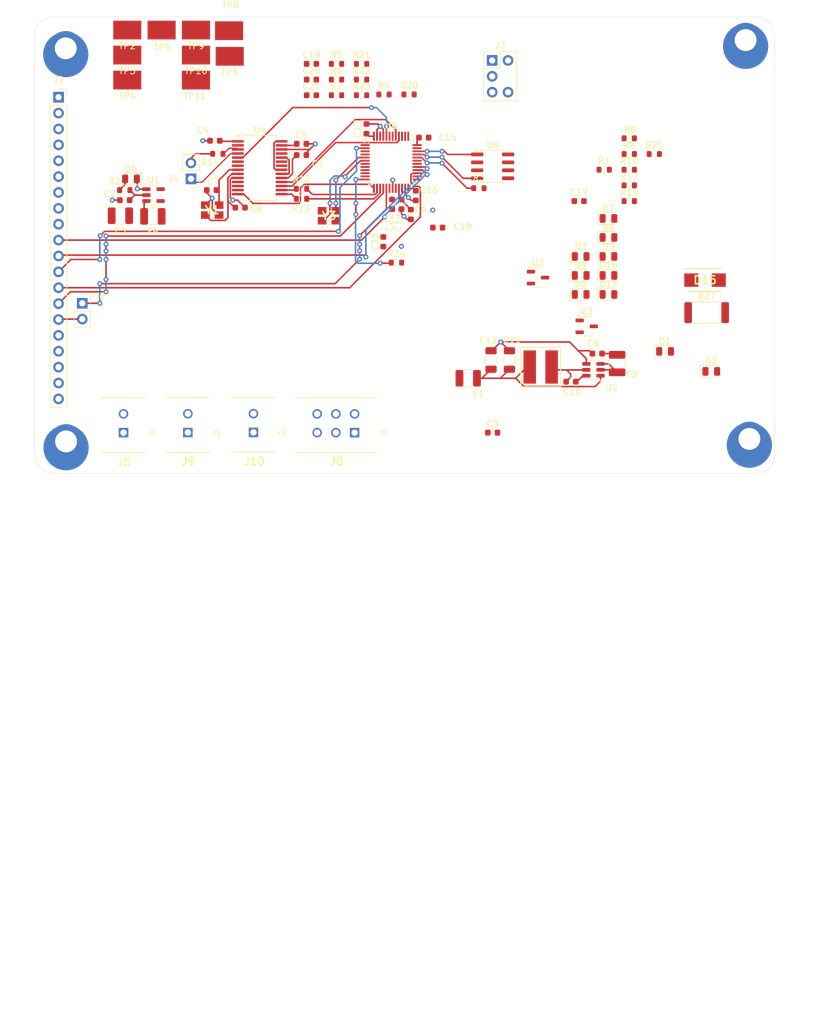
<source format=kicad_pcb>
(kicad_pcb (version 20241229) (generator "pcbnew") (generator_version "9.0")
  (layers (0 "F.Cu" signal) (2 "B.Cu" signal) (13 "F.Paste" user) (15 "B.Paste" user) (5 "F.SilkS" user "F.Silkscreen") (7 "B.SilkS" user "B.Silkscreen") (1 "F.Mask" user) (3 "B.Mask" user) (25 "Edge.Cuts" user))
  (net 0 "")
  (net 1 "GND")
  (net 2 "+5V")
  (net 3 "Net-(D15-K)")
  (net 4 "Net-(U1-OUT)")
  (net 5 "+3.3V")
  (net 6 "Net-(U4-OSC2)")
  (net 7 "Net-(U4-OSC1)")
  (net 8 "Net-(U2-SW)")
  (net 9 "Net-(U2-BST)")
  (net 10 "Net-(U2-FB)")
  (net 11 "/NRST")
  (net 12 "Net-(U6-(EVENTOUT{slash}SPI2_SCK{slash}I2S2_CK{slash}GPIO_EXTI1)PF1-OSC_OUT)")
  (net 13 "Net-(U6-(EVENTOUT{slash}TIM1_CH3N{slash}SPI2_NSS{slash}I2S2_WS{slash}I2C2_SDA{slash}GPIO_EXTI0)PF0-OSC_IN)")
  (net 14 "Net-(U6-VREF+)")
  (net 15 "Net-(D1-K)")
  (net 16 "Net-(D2-K)")
  (net 17 "Net-(D3-A)")
  (net 18 "Net-(D4-A)")
  (net 19 "Net-(D5-A)")
  (net 20 "Net-(D6-A)")
  (net 21 "Net-(D7-A)")
  (net 22 "Net-(D8-A)")
  (net 23 "Net-(D9-A)")
  (net 24 "Net-(D16-A)")
  (net 25 "Net-(D17-A)")
  (net 26 "+3V3")
  (net 27 "+12V")
  (net 28 "Net-(F4-Pad2)")
  (net 29 "/LCD_BLK")
  (net 33 "/SPI_MISO")
  (net 37 "/LCD_CS")
  (net 40 "/SPI_SCK")
  (net 43 "/LCD_RST")
  (net 44 "Net-(J2-Pin_15)")
  (net 46 "/SPI_MOSI")
  (net 47 "/CHARGER_CAN_+")
  (net 48 "Net-(J4-Pin_2)")
  (net 49 "/Charging_ON{slash}OFF_Status")
  (net 50 "/SWDIO")
  (net 51 "/SWCLK")
  (net 52 "/CAR_CAN_-")
  (net 53 "/CHARGER_CAN_-")
  (net 54 "/CAR_CAN_+")
  (net 55 "/proximity_pilot")
  (net 56 "/control_pilot")
  (net 57 "Net-(Q2-G)")
  (net 58 "Net-(Q2-D)")
  (net 59 "Net-(Q3-D)")
  (net 60 "/Fully_Charged_Status")
  (net 61 "/EVSE PWM")
  (net 62 "/MISO_CAN")
  (net 63 "Net-(U4-SO)")
  (net 64 "/MOSI_CAN")
  (net 65 "Net-(U4-SI)")
  (net 66 "/CAN_Status")
  (net 67 "/SPI_Status")
  (net 68 "Net-(U6-(EVENTOUT{slash}TIM2_ETR{slash}TIM8_ETR{slash}TIM8_BKIN{slash}COMP1_OUT{slash}USART2_NSS{slash}USART2_CTS{slash}TIM2_CH1{slash}ADC2_IN1{slash}ADC1_IN1{slash}GPIO_EXTI0)PA0*)")
  (net 69 "/Charging_Status")
  (net 70 "Net-(U6-(EVENTOUT{slash}TIM15_CH1N{slash}USART2_DE{slash}USART2_RTS{slash}TIM2_CH2{slash}RTC_REFIN{slash}ADC2_IN2{slash}ADC1_IN2{slash}GPIO_EXTI1)PA1*)")
  (net 74 "Net-(U4-RXD)")
  (net 75 "/CHARGER_RESET")
  (net 78 "/CHARGER_CS")
  (net 82 "Net-(U4-TXD)")
  (net 83 "/SCK_CAN")
  (net 87 "/CHARGER_STBY")
  (net 99 "/CAN_TX")
  (net 101 "/CAN_RX")
  (net 103 "Net-(U2-EN)")
  (footprint "OEM:H_MountingHole" (layer "F.Cu") (at 101.3 120.384)
    (property "Reference" "H3" (hide yes))
    (property "Value" "H_MountingHole" (hide yes))
  )
  (footprint "OEM:C_0603_1608Metric" (layer "F.Cu") (at 160.8 86.2)
    (property "Reference" "C18")
    (property "Value" "C_4.7uF")
  )
  (footprint "OEM:D_0805_2012Metric" (layer "F.Cu") (at 188.135 90.815)
    (property "Reference" "D9")
    (property "Value" "LED")
  )
  (footprint "OEM:J_Molex_Header_02x03_VT - 43045-06YY_121314" (layer "F.Cu") (at 147.5 119)
    (property "Reference" "J8")
    (property "Value" "J_Molex_Header_02x03_VT" (hide yes))
  )
  (footprint "OEM:J_Molex_Header_01x02_VT - 43045-02YY_121314" (layer "F.Cu") (at 120.80325 118.975)
    (property "Reference" "J9")
    (property "Value" "J_Molex_Header_01x02_VT" (hide yes))
  )
  (footprint "OEM:J_Molex_Header_01x02_VT - 43045-02YY_121314" (layer "F.Cu") (at 131.3 118.96)
    (property "Reference" "J10")
    (property "Value" "J_Molex_Header_01x02_VT" (hide yes))
  )
  (footprint "OEM:R_0603_1608Metric" (layer "F.Cu") (at 148.61 65.03)
    (property "Reference" "R23")
    (property "Value" "R_1k")
  )
  (footprint "OEM:R_0603_1608Metric" (layer "F.Cu") (at 110.7 80.2 180)
    (property "Reference" "R2")
    (property "Value" "R_1k")
  )
  (footprint "OEM:Fuse_1210_3225Metric" (layer "F.Cu") (at 115.2 84.4)
    (property "Reference" "F4")
    (property "Value" "F_500mA_16V")
  )
  (footprint "OEM:R_0603_1608Metric" (layer "F.Cu") (at 167.4 79.9)
    (property "Reference" "R3")
    (property "Value" "R_1k")
  )
  (footprint "OEM:Fuse_1210_3225Metric" (layer "F.Cu") (at 165.6837 110.3 180)
    (property "Reference" "F1")
    (property "Value" "F_500mA_16V")
  )
  (footprint "OEM:C_0603_1608Metric" (layer "F.Cu") (at 156.5 84.1 -90)
    (property "Reference" "C6")
    (property "Value" "C_10nF")
  )
  (footprint "OEM:R_0603_1608Metric" (layer "F.Cu") (at 154.2 91.8)
    (property "Reference" "R24")
    (property "Value" "R_1k")
  )
  (footprint "OEM:SOT-23-6" (layer "F.Cu") (at 185.7311 108.95 180)
    (property "Reference" "U2")
    (property "Value" "AP63203WU-7")
  )
  (footprint "OEM:C_0603_1608Metric" (layer "F.Cu") (at 129.175 83)
    (property "Reference" "C8")
    (property "Value" "C_30pF_50V")
  )
  (footprint "Connector_PinSocket_2.54mm:PinSocket_1x02_P2.54mm_Vertical" (layer "F.Cu") (at 103.9 98.3)
    (property "Reference" "J6")
    (property "Value" "Conn_01x02_Socket")
  )
  (footprint "OEM:LQFP-48_7x7mm_P0.5mm" (layer "F.Cu") (at 153.3375 75.75)
    (property "Reference" "U6")
    (property "Value" "STM32G441CBT6")
  )
  (footprint "OEM:C_0603_1608Metric" (layer "F.Cu") (at 186.3311 106.35 180)
    (property "Reference" "C9")
    (property "Value" "C_10uF_10V")
  )
  (footprint "OEM:R_0603_1608Metric" (layer "F.Cu") (at 144.6 62.52)
    (property "Reference" "R6")
    (property "Value" "R_1.91k")
  )
  (footprint "OEM:C_0603_1608Metric" (layer "F.Cu") (at 125.125 72.3 180)
    (property "Reference" "C4")
    (property "Value" "C_0.1uF")
  )
  (footprint "Resistor_SMD:R_0603_1608Metric" (layer "F.Cu") (at 139 80 180)
    (property "Reference" "R12")
    (property "Value" "R_500")
  )
  (footprint "OEM:R_0603_1608Metric" (layer "F.Cu") (at 191.465 71.92)
    (property "Reference" "R8")
    (property "Value" "R_1k")
  )
  (footprint "OEM:D_0805_2012Metric" (layer "F.Cu") (at 183.685 96.895)
    (property "Reference" "D5")
    (property "Value" "CAN Status")
  )
  (footprint "OEM:C_0603_1608Metric" (layer "F.Cu") (at 152.1 88.475 -90)
    (property "Reference" "C23")
    (property "Value" "C_0.1uF_50V")
  )
  (footprint "Connector_PinHeader_2.54mm:PinHeader_1x02_P2.54mm_Vertical" (layer "F.Cu") (at 121.3 78.4 180)
    (property "Reference" "J4")
    (property "Value" "CONN_01x02")
  )
  (footprint "OEM:TP_Hook_SMD" (layer "F.Cu") (at 111.1 54.6)
    (property "Reference" "TP2")
    (property "Value" "TP")
  )
  (footprint "OEM:C_0603_1608Metric" (layer "F.Cu") (at 149.4 70.4 90)
    (property "Reference" "C13")
    (property "Value" "C_0.1uF")
  )
  (footprint "OEM:D_Zener_18V_5W_DO214AA - DIOM5336X262N" (layer "F.Cu") (at 203.6 94.6)
    (property "Reference" "D15")
    (property "Value" "D_Zener_18V_5W" (hide yes))
  )
  (footprint "OEM:SOIC-8_3.9x4.9mm_P1.27mm" (layer "F.Cu") (at 169.6 76.4)
    (property "Reference" "U9")
    (property "Value" "MCP2561-E_SN")
  )
  (footprint "OEM:R_2512_6332Metric" (layer "F.Cu") (at 203.855 99.8)
    (property "Reference" "R27")
    (property "Value" "R_0")
  )
  (footprint "OEM:R_0603_1608Metric" (layer "F.Cu") (at 144.6 65.03)
    (property "Reference" "R7")
    (property "Value" "R_1.43k")
  )
  (footprint "OEM:D_0805_2012Metric" (layer "F.Cu") (at 197.2 106)
    (property "Reference" "D1")
    (property "Value" "WHITE")
  )
  (footprint "OEM:R_0603_1608Metric" (layer "F.Cu") (at 191.465 76.94)
    (property "Reference" "R10")
    (property "Value" "R_330")
  )
  (footprint "OEM:R_0603_1608Metric" (layer "F.Cu") (at 187.455 76.94)
    (property "Reference" "R1")
    (property "Value" "R_120")
  )
  (footprint "OEM:C_0603_1608Metric" (layer "F.Cu") (at 153.5 82.475 -90)
    (property "Reference" "C22")
    (property "Value" "C_1uF_50V")
  )
  (footprint "OEM:H_MountingHole" (layer "F.Cu") (at 210.7 119.984)
    (property "Reference" "H2" (hide yes))
    (property "Value" "H_MountingHole" (hide yes))
  )
  (footprint "OEM:TP_Hook_SMD" (layer "F.Cu") (at 111.1 58.6)
    (property "Reference" "TP3")
    (property "Value" "TP_SMD")
  )
  (footprint "OEM:R_0603_1608Metric" (layer "F.Cu") (at 148.61 62.52)
    (property "Reference" "R22")
    (property "Value" "R_1k")
  )
  (footprint "OEM:C_0603_1608Metric" (layer "F.Cu") (at 139 74.6)
    (property "Reference" "C1")
    (property "Value" "C_0.1uF")
  )
  (footprint "OEM:FA238160000MBC0 (X_16MHz_18pF_SMD - FA-238_16.0000MB-C0)" (layer "F.Cu") (at 143.4 84.3)
    (property "Reference" "Y3")
    (property "Value" "X_16MHz_18pF" (hide yes))
  )
  (footprint "OEM:R_0603_1608Metric" (layer "F.Cu") (at 191.465 79.45)
    (property "Reference" "R17")
    (property "Value" "R_1k")
  )
  (footprint "OEM:R_0603_1608Metric" (layer "F.Cu") (at 144.6 60.01)
    (property "Reference" "R5")
    (property "Value" "R_2.2k")
  )
  (footprint "OEM:TP_Hook_SMD" (layer "F.Cu") (at 111.1 62.6)
    (property "Reference" "TP4")
    (property "Value" "TP")
  )
  (footprint "OEM:TP_Hook_SMD" (layer "F.Cu") (at 122.1 62.6)
    (property "Reference" "TP11")
    (property "Value" "TP")
  )
  (footprint "OEM:TP_Hook_SMD" (layer "F.Cu") (at 116.6 54.6)
    (property "Reference" "TP5")
    (property "Value" "TP_SMD")
  )
  (footprint "OEM:C_0603_1608Metric" (layer "F.Cu") (at 183.445 81.96)
    (property "Reference" "C17")
    (property "Value" "C_0.1uF")
  )
  (footprint "OEM:Fuse_1210_3225Metric" (layer "F.Cu") (at 110 84.3)
    (property "Reference" "F3")
    (property "Value" "F_500mA_16V")
  )
  (footprint "Resistor_SMD:R_0603_1608Metric" (layer "F.Cu") (at 139 81.6 180)
    (property "Reference" "R13")
    (property "Value" "R_500")
  )
  (footprint "OEM:C_1206_3216Metric" (layer "F.Cu") (at 169.3311 107.375 90)
    (property "Reference" "C12")
    (property "Value" "C_22uF_25V")
  )
  (footprint "OEM:C_0603_1608Metric" (layer "F.Cu") (at 110.7 81.8 180)
    (property "Reference" "C2")
    (property "Value" "C_1uF")
  )
  (footprint "OEM:R_0603_1608Metric" (layer "F.Cu") (at 152.2 64.9)
    (property "Reference" "R4")
    (property "Value" "R_330")
  )
  (footprint "Resistor_SMD:R_0603_1608Metric" (layer "F.Cu") (at 125.6 74.4)
    (property "Reference" "R14")
    (property "Value" "R_120")
  )
  (footprint "OEM:C_0603_1608Metric" (layer "F.Cu") (at 139 72.8 180)
    (property "Reference" "C5")
    (property "Value" "C_0.1uF")
  )
  (footprint "OEM:TP_Hook_SMD" (layer "F.Cu") (at 127.5 58.8)
    (property "Reference" "TP6")
    (property "Value" "TP_SMD")
  )
  (footprint "OEM:D_0805_2012Metric" (layer "F.Cu") (at 188.135 93.855)
    (property "Reference" "D16")
    (property "Value" "Fully Charged Status")
  )
  (footprint "OEM:SOT-23-3" (layer "F.Cu") (at 176.8625 94.2)
    (property "Reference" "Q2")
    (property "Value" "SSM3K333R,LF")
  )
  (footprint "OEM:C_0603_1608Metric" (layer "F.Cu") (at 169.6 119)
    (property "Reference" "C3")
    (property "Value" "C_1uF")
  )
  (footprint "OEM:Fuse_1210_3225Metric" (layer "F.Cu") (at 189.5311 107.95 -90)
    (property "Reference" "F2")
    (property "Value" "F_500mA_16V")
  )
  (footprint "OEM:C_0603_1608Metric" (layer "F.Cu") (at 124.6 80.2 180)
    (property "Reference" "C7")
    (property "Value" "C_30pF_50V")
  )
  (footprint "OEM:FA238160000MBC0 (X_16MHz_18pF_SMD - FA-238_16.0000MB-C0)" (layer "F.Cu") (at 124.7 83.4)
    (property "Reference" "Y1")
    (property "Value" "X_16MHz_18pF" (hide yes))
  )
  (footprint "OEM:D_0805_2012Metric" (layer "F.Cu") (at 183.685 93.855)
    (property "Reference" "D4")
    (property "Value" "Charging Status")
  )
  (footprint "OEM:C_0603_1608Metric" (layer "F.Cu") (at 157.3 81.075 -90)
    (property "Reference" "C16")
    (property "Value" "C_0.1uF")
  )
  (footprint "OEM:R_0603_1608Metric" (layer "F.Cu") (at 156.21 64.9)
    (property "Reference" "R20")
    (property "Value" "R_1k")
  )
  (footprint "OEM:C_0603_1608Metric" (layer "F.Cu") (at 140.59 60.01)
    (property "Reference" "C19")
    (property "Value" "C_30pF")
  )
  (footprint "OEM:H_MountingHole" (layer "F.Cu") (at 210.1 56.184)
    (property "Reference" "H4" (hide yes))
    (property "Value" "H_MountingHole" (hide yes))
  )
  (footprint "OEM:D_0805_2012Metric" (layer "F.Cu") (at 204.6 109.2)
    (property "Reference" "D2")
    (property "Value" "WHITE")
  )
  (footprint "OEM:J_Molex_Header_01x02_VT - 43045-02YY_121314" (layer "F.Cu") (at 110.5 119)
    (property "Reference" "J5")
    (property "Value" "J_Molex_Header_01x02_VT" (hide yes))
  )
  (footprint "OEM:R_0603_1608Metric" (layer "F.Cu") (at 191.465 81.96)
    (property "Reference" "R19")
    (property "Value" "R_1k")
  )
  (footprint "OEM:J_Programming_Pin_Header_Keyed" (layer "F.Cu") (at 169.525 59.46)
    (property "Reference" "J7")
    (property "Value" "J_Programming_Pin_Header")
  )
  (footprint "OEM:TP_Hook_SMD" (layer "F.Cu") (at 127.4 54.7)
    (property "Reference" "TP8")
    (property "Value" "TP_SMD")
  )
  (footprint "OEM:C_0603_1608Metric" (layer "F.Cu") (at 140.59 62.52)
    (property "Reference" "C20")
    (property "Value" "C_30pF")
  )
  (footprint "OEM:C_0603_1608Metric" (layer "F.Cu") (at 155 82.475 -90)
    (property "Reference" "C14")
    (property "Value" "C_1uF")
  )
  (footprint "OEM:H_MountingHole" (layer "F.Cu") (at 101.25 57.5)
    (property "Reference" "H1" (hide yes))
    (property "Value" "H_MountingHole" (hide yes))
  )
  (footprint "OEM:C_0603_1608Metric" (layer "F.Cu") (at 158.575 71.8)
    (property "Reference" "C15")
    (property "Value" "C_0.1uF")
  )
  (footprint "OEM:C_0603_1608Metric" (layer "F.Cu") (at 182.1311 110.85 180)
    (property "Reference" "C10")
    (property "Value" "C_0.1uF_50V")
  )
  (footprint "OEM:C_0603_1608Metric" (layer "F.Cu") (at 140.59 65.03)
    (property "Reference" "C21")
    (property "Value" "C_0.1uF")
  )
  (footprint "OEM:D_0805_2012Metric" (layer "F.Cu") (at 183.685 90.815)
    (property "Reference" "D3")
    (property "Value" "on/off")
  )
  (footprint "OEM:TP_Hook_SMD" (layer "F.Cu") (at 122.1 54.6)
    (property "Reference" "TP9")
    (property "Value" "TP_SMD")
  )
  (footprint "OEM:D_0805_2012Metric" (layer "F.Cu") (at 188.135 87.775)
    (property "Reference" "D8")
    (property "Value" "LED")
  )
  (footprint "OEM:TP_Hook_SMD" (layer "F.Cu") (at 122.1 58.6)
    (property "Reference" "TP10")
    (property "Value" "Test_Point_SMD")
  )
  (footprint "OEM:SOT-23-5" (layer "F.Cu") (at 115.3 81)
    (property "Reference" "U1")
    (property "Value" "TLV70450DBVR")
  )
  (footprint "Package_SO:SSOP-28_5.3x10.2mm_P0.65mm" (layer "F.Cu") (at 132.3 76.625)
    (property "Reference" "U4")
    (property "Value" "~")
  )
  (footprint "OEM:D_0805_2012Metric" (layer "F.Cu") (at 188.135 84.735)
    (property "Reference" "D7")
    (property "Value" "LED")
  )
  (footprint "OEM:R_0603_1608Metric" (layer "F.Cu") (at 195.475 74.43)
    (property "Reference" "R25")
    (property "Value" "R_1k")
  )
  (footprint "Connector_PinSocket_2.54mm:PinSocket_1x20_P2.54mm_Vertical" (layer "F.Cu") (at 100.1 65.34)
    (property "Reference" "J2")
    (property "Value" "Conn_01x20_Socket")
  )
  (footprint "OEM:C_1206_3216Metric" (layer "F.Cu") (at 172.2837 107.375 90)
    (property "Reference" "C11")
    (property "Value" "C_22uF_25V")
  )
  (footprint "OEM:IND_BOURNS_SRR5018 (L_3.9uH_2A_55m_SMD)" (layer "F.Cu") (at 177.2837 108.5 180)
    (property "Reference" "L1" (hide yes))
    (property "Value" "L_3.9uH_2A")
  )
  (footprint "OEM:R_0603_1608Metric" (layer "F.Cu") (at 191.465 74.43)
    (property "Reference" "R9")
    (property "Value" "R_330")
  )
  (footprint "OEM:R_0603_1608Metric" (layer "F.Cu") (at 148.61 60.01)
    (property "Reference" "R21")
    (property "Value" "R_1k")
  )
  (footprint "OEM:D_0805_2012Metric" (layer "F.Cu") (at 111.7 78.4 180)
    (property "Reference" "D6")
    (property "Value" "LED")
  )
  (footprint "OEM:SOT-23-3" (layer "F.Cu") (at 184.6625 102)
    (property "Reference" "Q3")
    (property "Value" "SSM3K333R,LF")
  )
  (footprint "OEM:D_0805_2012Metric" (layer "F.Cu") (at 188.135 96.895)
    (property "Reference" "D17")
    (property "Value" "SPI Status")
  )
  (gr_line (start 96.25 122.5) (end 96.25 55.5) (stroke (width 0.05)) (layer "Edge.Cuts"))
  (gr_arc (start 211.75 52.5) (mid 213.87132 53.37868) (end 214.75 55.5) (stroke (width 0.05)) (layer "Edge.Cuts"))
  (gr_line (start 99.25 52.5) (end 211.75 52.5) (stroke (width 0.05)) (layer "Edge.Cuts"))
  (gr_arc (start 96.25 55.5) (mid 97.12868 53.37868) (end 99.25 52.5) (stroke (width 0.05)) (layer "Edge.Cuts"))
  (gr_line (start 211.75 125.5) (end 99.25 125.5) (stroke (width 0.05)) (layer "Edge.Cuts"))
  (gr_arc (start 99.25 125.5) (mid 97.12868 124.62132) (end 96.25 122.5) (stroke (width 0.05)) (layer "Edge.Cuts"))
  (gr_arc (start 214.75 122.5) (mid 213.87132 124.62132) (end 211.75 125.5) (stroke (width 0.05)) (layer "Edge.Cuts"))
  (gr_line (start 214.75 55.5) (end 214.75 122.5) (stroke (width 0.05)) (layer "Edge.Cuts"))
  (segment (start 125.7 84.2) (end 124.7 83.2) (width 0.25) (layer "F.Cu") (net 1))
  (segment (start 128.8 78.25) (end 127.850001 78.25) (width 0.25) (layer "F.Cu") (net 1))
  (segment (start 184.5936 108) (end 184.5936 107.1773) (width 0.25) (layer "F.Cu") (net 1))
  (segment (start 122.9 72.3) (end 124.35 72.3) (width 0.25) (layer "F.Cu") (net 1))
  (segment (start 123.2 72.3) (end 122.9 72.3) (width 0.25) (layer "F.Cu") (net 1))
  (segment (start 155.5875 80.8875) (end 155.5875 79.9125) (width 0.25) (layer "F.Cu") (net 1))
  (segment (start 151.0875 70.5125) (end 151.6 70) (width 0.25) (layer "F.Cu") (net 1))
  (segment (start 139.775 74.225) (end 141.2 72.8) (width 0.25) (layer "F.Cu") (net 1))
  (segment (start 125.8 84.2) (end 125.7 84.2) (width 0.25) (layer "F.Cu") (net 1))
  (segment (start 169.3311 105.9) (end 169.4837 105.9) (width 0.25) (layer "F.Cu") (net 1))
  (segment (start 156.5 84.875) (end 155.875 84.875) (width 0.25) (layer "F.Cu") (net 1))
  (segment (start 184.5936 107.1773) (end 183.4 105.9837) (width 0.25) (layer "F.Cu") (net 1))
  (segment (start 112.6375 78.4) (end 112.7 78.4625) (width 0.25) (layer "F.Cu") (net 1))
  (segment (start 152.0875 70.4875) (end 151.6 70) (width 0.25) (layer "F.Cu") (net 1))
  (segment (start 114.1625 80.05) (end 112.75 80.05) (width 0.25) (layer "F.Cu") (net 1))
  (segment (start 181.9163 104.5) (end 170.8837 104.5) (width 0.25) (layer "F.Cu") (net 1))
  (segment (start 155 83.25) (end 155 84) (width 0.25) (layer "F.Cu") (net 1))
  (segment (start 109.925 81.8) (end 108.7 81.8) (width 0.25) (layer "F.Cu") (net 1))
  (segment (start 127.597 81.397) (end 128 81.8) (width 0.25) (layer "F.Cu") (net 1))
  (segment (start 139.775 74.6) (end 139.775 74.225) (width 0.25) (layer "F.Cu") (net 1))
  (segment (start 185.5561 106.35) (end 185.1061 105.9) (width 0.25) (layer "F.Cu") (net 1))
  (segment (start 153.5875 79.9125) (end 153.5875 78.6125) (width 0.25) (layer "F.Cu") (net 1))
  (segment (start 112.75 80.05) (end 112.7 80) (width 0.25) (layer "F.Cu") (net 1))
  (segment (start 123.825 80.2) (end 123.825 80.625) (width 0.25) (layer "F.Cu") (net 1))
  (segment (start 183.4837 105.9) (end 183.4 105.9837) (width 0.25) (layer "F.Cu") (net 1))
  (segment (start 123.825 80.625) (end 124.7 81.5) (width 0.25) (layer "F.Cu") (net 1))
  (segment (start 172.2837 105.9) (end 170.8837 104.5) (width 0.25) (layer "F.Cu") (net 1))
  (segment (start 139.775 74.6) (end 139.8 74.6) (width 0.25) (layer "F.Cu") (net 1))
  (segment (start 151.0875 71.5875) (end 151.0875 70.5125) (width 0.25) (layer "F.Cu") (net 1))
  (segment (start 155 84) (end 155.4 84.4) (width 0.25) (layer "F.Cu") (net 1))
  (segment (start 139.775 72.8) (end 141.2 72.8) (width 0.25) (layer "F.Cu") (net 1))
  (segment (start 135.8 73.7) (end 140.3 73.7) (width 0.25) (layer "F.Cu") (net 1))
  (segment (start 183.4 105.9837) (end 181.9163 104.5) (width 0.25) (layer "F.Cu") (net 1))
  (segment (start 128.75 81.8) (end 128 81.8) (width 0.25) (layer "F.Cu") (net 1))
  (segment (start 151.225 69.625) (end 151.6 70) (width 0.25) (layer "F.Cu") (net 1))
  (segment (start 123.6 82.6) (end 124.7 81.5) (width 0.25) (layer "F.Cu") (net 1))
  (segment (start 127.597 78.503001) (end 127.597 81.397) (width 0.25) (layer "F.Cu") (net 1))
  (segment (start 155.875 84.875) (end 155.4 84.4) (width 0.25) (layer "F.Cu") (net 1))
  (segment (start 140.3 73.7) (end 141.2 72.8) (width 0.25) (layer "F.Cu") (net 1))
  (segment (start 169.4837 105.9) (end 170.8837 104.5) (width 0.25) (layer "F.Cu") (net 1))
  (segment (start 129.95 83) (end 128.75 81.8) (width 0.25) (layer "F.Cu") (net 1))
  (segment (start 124.1 82.6) (end 123.6 82.6) (width 0.25) (layer "F.Cu") (net 1))
  (segment (start 156.1 81.4) (end 156.55 81.85) (width 0.25) (layer "F.Cu") (net 1))
  (segment (start 127.850001 78.25) (end 127.597 78.503001) (width 0.25) (layer "F.Cu") (net 1))
  (segment (start 112.7 78.4625) (end 112.7 80) (width 0.25) (layer "F.Cu") (net 1))
  (segment (start 149.4 69.625) (end 151.225 69.625) (width 0.25) (layer "F.Cu") (net 1))
  (segment (start 152.0875 71.5875) (end 152.0875 70.4875) (width 0.25) (layer "F.Cu") (net 1))
  (segment (start 124.7 83.2) (end 124.7 81.5) (width 0.25) (layer "F.Cu") (net 1))
  (segment (start 156.55 81.85) (end 157.3 81.85) (width 0.25) (layer "F.Cu") (net 1))
  (segment (start 185.1061 105.9) (end 183.4837 105.9) (width 0.25) (layer "F.Cu") (net 1))
  (segment (start 153.5875 78.6125) (end 153.6 78.6) (width 0.25) (layer "F.Cu") (net 1))
  (segment (start 156.1 81.4) (end 155.5875 80.8875) (width 0.25) (layer "F.Cu") (net 1))
  (via (at 128 81.8) (size 0.8) (drill 0.4) (layers "F.Cu" "B.Cu") (net 1))
  (via (at 160 83.4) (size 0.8) (drill 0.4) (layers "F.Cu" "B.Cu") (net 1))
  (via (at 108.7 81.8) (size 0.8) (drill 0.4) (layers "F.Cu" "B.Cu") (net 1))
  (via (at 155.4 84.4) (size 0.8) (drill 0.4) (layers "F.Cu" "B.Cu") (net 1))
  (via (at 155 89.2) (size 0.8) (drill 0.4) (layers "F.Cu" "B.Cu") (net 1))
  (via (at 124.7 81.5) (size 0.8) (drill 0.4) (layers "F.Cu" "B.Cu") (net 1))
  (via (at 112.7 80) (size 0.8) (drill 0.4) (layers "F.Cu" "B.Cu") (net 1))
  (via (at 151.6 70) (size 0.8) (drill 0.4) (layers "F.Cu" "B.Cu") (net 1))
  (via (at 156.1 81.4) (size 0.8) (drill 0.4) (layers "F.Cu" "B.Cu") (net 1))
  (via (at 123.2 72.3) (size 0.8) (drill 0.4) (layers "F.Cu" "B.Cu") (net 1))
  (via (at 153.6 78.6) (size 0.8) (drill 0.4) (layers "F.Cu" "B.Cu") (net 1))
  (via (at 170.8837 104.5) (size 0.8) (drill 0.4) (layers "F.Cu" "B.Cu") (net 1))
  (via (at 141.2 72.8) (size 0.8) (drill 0.4) (layers "F.Cu" "B.Cu") (net 1))
  (segment (start 126 72.4) (end 125.9 72.3) (width 0.25) (layer "F.Cu") (net 2))
  (segment (start 128.8 72.4) (end 126 72.4) (width 0.25) (layer "F.Cu") (net 2))
  (segment (start 137.547 75.278) (end 138.225 74.6) (width 0.25) (layer "F.Cu") (net 2))
  (segment (start 135.8 73.05) (end 137.975 73.05) (width 0.25) (layer "F.Cu") (net 2))
  (segment (start 187.1061 106.35) (end 189.3311 106.35) (width 0.25) (layer "F.Cu") (net 2))
  (segment (start 137.975 73.05) (end 138.225 72.8) (width 0.25) (layer "F.Cu") (net 2))
  (segment (start 137.547 77.587572) (end 137.547 75.278) (width 0.25) (layer "F.Cu") (net 2))
  (segment (start 136.884572 78.25) (end 137.547 77.587572) (width 0.25) (layer "F.Cu") (net 2))
  (segment (start 135.8 78.25) (end 136.884572 78.25) (width 0.25) (layer "F.Cu") (net 2))
  (segment (start 189.3311 106.35) (end 189.5311 106.55) (width 0.25) (layer "F.Cu") (net 2))
  (segment (start 112.275 81) (end 114.1625 81) (width 0.25) (layer "F.Cu") (net 3))
  (segment (start 112.325 81) (end 114.1625 81) (width 0.25) (layer "F.Cu") (net 3))
  (segment (start 111.525 80.2) (end 112.325 81) (width 0.25) (layer "F.Cu") (net 3))
  (segment (start 111.475 81.8) (end 112.275 81) (width 0.25) (layer "F.Cu") (net 3))
  (segment (start 114.1625 81.95) (end 113.8 82.3125) (width 0.25) (layer "F.Cu") (net 4))
  (segment (start 113.8 82.3125) (end 113.8 84.4) (width 0.25) (layer "F.Cu") (net 4))
  (segment (start 155 81.825) (end 156.5 83.325) (width 0.25) (layer "F.Cu") (net 5))
  (segment (start 155 81.7) (end 155 81.825) (width 0.25) (layer "F.Cu") (net 5))
  (segment (start 154.5875 81.2875) (end 155 81.7) (width 0.25) (layer "F.Cu") (net 5))
  (segment (start 156.0875 79.9125) (end 156.9125 79.9125) (width 0.25) (layer "F.Cu") (net 5))
  (segment (start 149.8125 71.5875) (end 149.4 71.175) (width 0.25) (layer "F.Cu") (net 5))
  (segment (start 150.5875 71.5875) (end 149.8125 71.5875) (width 0.25) (layer "F.Cu") (net 5))
  (segment (start 156.9125 79.9125) (end 157.3 80.3) (width 0.25) (layer "F.Cu") (net 5))
  (segment (start 157.5 73) (end 157.5 72.1) (width 0.25) (layer "F.Cu") (net 5))
  (segment (start 154.5875 79.9125) (end 154.5875 81.2875) (width 0.25) (layer "F.Cu") (net 5))
  (segment (start 157.5 72.1) (end 157.8 71.8) (width 0.25) (layer "F.Cu") (net 5))
  (segment (start 125.85 82.65) (end 125.8 82.6) (width 0.25) (layer "F.Cu") (net 6))
  (segment (start 128.8 76.95) (end 127.444 76.95) (width 0.25) (layer "F.Cu") (net 6))
  (segment (start 125.8 82.6) (end 125.8 78.6) (width 0.25) (layer "F.Cu") (net 6))
  (segment (start 127.444 76.95) (end 125.797 78.597) (width 0.25) (layer "F.Cu") (net 6))
  (segment (start 125.8 78.6) (end 125.797 78.597) (width 0.25) (layer "F.Cu") (net 6))
  (segment (start 126.753 85.053) (end 127.219 84.587) (width 0.25) (layer "F.Cu") (net 7))
  (segment (start 127.850001 77.6) (end 127.219 78.231001) (width 0.25) (layer "F.Cu") (net 7))
  (segment (start 124.453 85.053) (end 126.753 85.053) (width 0.25) (layer "F.Cu") (net 7))
  (segment (start 127.219 78.231001) (end 127.219 81.942482) (width 0.25) (layer "F.Cu") (net 7))
  (segment (start 127.219 81.942482) (end 128.276518 83) (width 0.25) (layer "F.Cu") (net 7))
  (segment (start 128.8 77.6) (end 127.850001 77.6) (width 0.25) (layer "F.Cu") (net 7))
  (segment (start 123.6 84.2) (end 124.453 85.053) (width 0.25) (layer "F.Cu") (net 7))
  (segment (start 127.219 84.587) (end 127.219 81.942482) (width 0.25) (layer "F.Cu") (net 7))
  (segment (start 128.276518 83) (end 128.4 83) (width 0.25) (layer "F.Cu") (net 7))
  (segment (start 179.5063 108.97) (end 179.0363 108.5) (width 0.25) (layer "F.Cu") (net 8))
  (segment (start 181.4363 108.97) (end 179.5063 108.97) (width 0.25) (layer "F.Cu") (net 8))
  (segment (start 182.0863 110.1198) (end 182.0863 109.62) (width 0.25) (layer "F.Cu") (net 8))
  (segment (start 182.0863 109.62) (end 181.4363 108.97) (width 0.25) (layer "F.Cu") (net 8))
  (segment (start 181.3561 110.85) (end 182.0863 110.1198) (width 0.25) (layer "F.Cu") (net 8))
  (segment (start 184.5936 108.95) (end 184.5736 108.97) (width 0.25) (layer "F.Cu") (net 8))
  (segment (start 184.5736 108.97) (end 181.4363 108.97) (width 0.25) (layer "F.Cu") (net 8))
  (segment (start 183.0863 110.85) (end 182.9061 110.85) (width 0.25) (layer "F.Cu") (net 9))
  (segment (start 184.5936 109.9) (end 184.5736 109.92) (width 0.25) (layer "F.Cu") (net 9))
  (segment (start 184.0163 109.92) (end 183.0863 110.85) (width 0.25) (layer "F.Cu") (net 9))
  (segment (start 184.5736 109.92) (end 184.0163 109.92) (width 0.25) (layer "F.Cu") (net 9))
  (segment (start 174.6069 111.6232) (end 173.2837 110.3) (width 0.25) (layer "F.Cu") (net 10))
  (segment (start 167.8837 110.2974) (end 167.8837 110.3) (width 0.25) (layer "F.Cu") (net 10))
  (segment (start 170.8837 110.25) (end 170.8837 110.3) (width 0.25) (layer "F.Cu") (net 10))
  (segment (start 173.2837 110.3) (end 170.8837 110.3) (width 0.25) (layer "F.Cu") (net 10))
  (segment (start 186.8686 110.7627) (end 186.0081 111.6232) (width 0.25) (layer "F.Cu") (net 10))
  (segment (start 175.0837 108.5) (end 173.2837 110.3) (width 0.25) (layer "F.Cu") (net 10))
  (segment (start 172.2837 108.85) (end 170.8837 110.25) (width 0.25) (layer "F.Cu") (net 10))
  (segment (start 186.0081 111.6232) (end 174.6069 111.6232) (width 0.25) (layer "F.Cu") (net 10))
  (segment (start 175.5311 108.5) (end 175.0837 108.5) (width 0.25) (layer "F.Cu") (net 10))
  (segment (start 170.8837 110.3) (end 167.8837 110.3) (width 0.25) (layer "F.Cu") (net 10))
  (segment (start 186.8686 109.9) (end 186.8686 110.7627) (width 0.25) (layer "F.Cu") (net 10))
  (segment (start 169.3311 108.85) (end 167.8837 110.2974) (width 0.25) (layer "F.Cu") (net 10))
  (segment (start 167.8837 110.3) (end 167.0837 110.3) (width 0.25) (layer "F.Cu") (net 10))
  (segment (start 142.506 85.1) (end 143.547 84.059) (width 0.25) (layer "F.Cu") (net 12))
  (segment (start 148.437501 75.5) (end 149.175 75.5) (width 0.25) (layer "F.Cu") (net 12))
  (segment (start 142.3 85.1) (end 142.506 85.1) (width 0.25) (layer "F.Cu") (net 12))
  (segment (start 145.961034 78.061034) (end 145.961034 77.976467) (width 0.25) (layer "F.Cu") (net 12))
  (segment (start 145.961034 77.976467) (end 148.437501 75.5) (width 0.25) (layer "F.Cu") (net 12))
  (segment (start 143.547 84.059) (end 143.547 82.325997) (width 0.25) (layer "F.Cu") (net 12))
  (segment (start 143.547 82.325997) (end 143.572997 82.3) (width 0.25) (layer "F.Cu") (net 12))
  (via (at 145.961034 78.061034) (size 0.8) (drill 0.4) (layers "F.Cu" "B.Cu") (net 12))
  (via (at 143.572997 82.3) (size 0.8) (drill 0.4) (layers "F.Cu" "B.Cu") (net 12))
  (segment (start 144.230932 77.947) (end 145.847 77.947) (width 0.25) (layer "B.Cu") (net 12))
  (segment (start 145.847 77.947) (end 145.961034 78.061034) (width 0.25) (layer "B.Cu") (net 12))
  (segment (start 143.572997 78.604935) (end 144.230932 77.947) (width 0.25) (layer "B.Cu") (net 12))
  (segment (start 143.572997 82.3) (end 143.572997 78.604935) (width 0.25) (layer "B.Cu") (net 12))
  (segment (start 144.5 83.5) (end 144.5 82.3) (width 0.25) (layer "F.Cu") (net 13))
  (segment (start 144.5 78.6) (end 148.1 75) (width 0.25) (layer "F.Cu") (net 13))
  (segment (start 148.1 75) (end 149.175 75) (width 0.25) (layer "F.Cu") (net 13))
  (via (at 144.5 78.6) (size 0.8) (drill 0.4) (layers "F.Cu" "B.Cu") (net 13))
  (via (at 144.5 82.3) (size 0.8) (drill 0.4) (layers "F.Cu" "B.Cu") (net 13))
  (segment (start 144.5 82.3) (end 144.5 78.6) (width 0.25) (layer "B.Cu") (net 13))
  (segment (start 110.7625 78.4) (end 110.7625 79.3125) (width 0.25) (layer "F.Cu") (net 20))
  (segment (start 110.7625 79.3125) (end 109.875 80.2) (width 0.25) (layer "F.Cu") (net 20))
  (segment (start 144.384 95.168) (end 106.7 95.168) (width 0.25) (layer "F.Cu") (net 29))
  (segment (start 152.5875 83.2125) (end 148.3 87.5) (width 0.25) (layer "F.Cu") (net 29))
  (segment (start 106.7 98.3) (end 103.9 98.3) (width 0.25) (layer "F.Cu") (net 29))
  (segment (start 148.3 91.252) (end 144.384 95.168) (width 0.25) (layer "F.Cu") (net 29))
  (segment (start 148.3 88.852) (end 148.3 89.9) (width 0.25) (layer "F.Cu") (net 29))
  (segment (start 152.5875 79.9125) (end 152.5875 83.2125) (width 0.25) (layer "F.Cu") (net 29))
  (via (at 148.3 87.5) (size 0.8) (drill 0.4) (layers "F.Cu" "B.Cu") (net 29))
  (via (at 106.7 95.168) (size 0.8) (drill 0.4) (layers "F.Cu" "B.Cu") (net 29))
  (via (at 148.3 88.852) (size 0.8) (drill 0.4) (layers "F.Cu" "B.Cu") (net 29))
  (via (at 106.7 98.3) (size 0.8) (drill 0.4) (layers "F.Cu" "B.Cu") (net 29))
  (via (at 148.3 91.252) (size 0.8) (drill 0.4) (layers "F.Cu" "B.Cu") (net 29))
  (via (at 148.3 89.9) (size 0.8) (drill 0.4) (layers "F.Cu" "B.Cu") (net 29))
  (segment (start 148.3 89.9) (end 148.3 91.252) (width 0.25) (layer "B.Cu") (net 29))
  (segment (start 148.3 87.5) (end 148.3 88.852) (width 0.25) (layer "B.Cu") (net 29))
  (segment (start 106.7 95.168) (end 106.7 98.3) (width 0.25) (layer "B.Cu") (net 29))
  (segment (start 148.603078 88.2) (end 100.1 88.2) (width 0.25) (layer "F.Cu") (net 33))
  (segment (start 158.391988 77) (end 159.1 77.708012) (width 0.25) (layer "F.Cu") (net 33))
  (segment (start 157.5 77) (end 158.391988 77) (width 0.25) (layer "F.Cu") (net 33))
  (segment (start 152.301539 84.501539) (end 148.603078 88.2) (width 0.25) (layer "F.Cu") (net 33))
  (via (at 152.301539 84.501539) (size 0.8) (drill 0.4) (layers "F.Cu" "B.Cu") (net 33))
  (via (at 159.1 77.708012) (size 0.8) (drill 0.4) (layers "F.Cu" "B.Cu") (net 33))
  (segment (start 158.868506 77.708012) (end 152.301539 84.274979) (width 0.25) (layer "B.Cu") (net 33))
  (segment (start 152.301539 84.274979) (end 152.301539 84.501539) (width 0.25) (layer "B.Cu") (net 33))
  (segment (start 159.1 77.708012) (end 158.868506 77.708012) (width 0.25) (layer "B.Cu") (net 33))
  (segment (start 106.7 91.3) (end 102.08 91.3) (width 0.25) (layer "F.Cu") (net 37))
  (segment (start 144.9 86.8) (end 107.472944 86.8) (width 0.25) (layer "F.Cu") (net 37))
  (segment (start 107.472944 86.8) (end 106.774314 87.49863) (width 0.25) (layer "F.Cu") (net 37))
  (segment (start 149.175 73.5) (end 147.8 73.5) (width 0.25) (layer "F.Cu") (net 37))
  (segment (start 102.08 91.3) (end 100.1 93.28) (width 0.25) (layer "F.Cu") (net 37))
  (via (at 144.9 86.8) (size 0.8) (drill 0.4) (layers "F.Cu" "B.Cu") (net 37))
  (via (at 147.8 73.5) (size 0.8) (drill 0.4) (layers "F.Cu" "B.Cu") (net 37))
  (via (at 106.774314 87.49863) (size 0.8) (drill 0.4) (layers "F.Cu" "B.Cu") (net 37))
  (via (at 106.7 91.3) (size 0.8) (drill 0.4) (layers "F.Cu" "B.Cu") (net 37))
  (segment (start 147.8 77.14555) (end 145.153 79.79255) (width 0.25) (layer "B.Cu") (net 37))
  (segment (start 145.153 86.547) (end 144.9 86.8) (width 0.25) (layer "B.Cu") (net 37))
  (segment (start 147.8 73.5) (end 147.8 77.14555) (width 0.25) (layer "B.Cu") (net 37))
  (segment (start 145.153 79.79255) (end 145.153 86.547) (width 0.25) (layer "B.Cu") (net 37))
  (segment (start 106.7 87.572944) (end 106.7 91.3) (width 0.25) (layer "B.Cu") (net 37))
  (segment (start 106.774314 87.49863) (end 106.7 87.572944) (width 0.25) (layer "B.Cu") (net 37))
  (segment (start 157.131573 79.597) (end 157.754228 79.597) (width 0.25) (layer "F.Cu") (net 40))
  (segment (start 156.762501 77.5) (end 156.5095 77.753001) (width 0.25) (layer "F.Cu") (net 40))
  (segment (start 158.028 79.870772) (end 158.028 84.504228) (width 0.25) (layer "F.Cu") (net 40))
  (segment (start 156.5095 78.974927) (end 157.131573 79.597) (width 0.25) (layer "F.Cu") (net 40))
  (segment (start 156.5095 77.753001) (end 156.5095 78.974927) (width 0.25) (layer "F.Cu") (net 40))
  (segment (start 157.754228 79.597) (end 158.028 79.870772) (width 0.25) (layer "F.Cu") (net 40))
  (segment (start 157.5 77.5) (end 156.762501 77.5) (width 0.25) (layer "F.Cu") (net 40))
  (segment (start 146.712228 95.82) (end 100.1 95.82) (width 0.25) (layer "F.Cu") (net 40))
  (segment (start 158.028 84.504228) (end 146.712228 95.82) (width 0.25) (layer "F.Cu") (net 40))
  (segment (start 107.7 88.852) (end 107.7 89.948) (width 0.25) (layer "F.Cu") (net 43))
  (segment (start 152.0875 80.684571) (end 145.224071 87.548) (width 0.25) (layer "F.Cu") (net 43))
  (segment (start 145.224071 87.548) (end 107.7 87.548) (width 0.25) (layer "F.Cu") (net 43))
  (segment (start 107.7 91.3) (end 107.7 94.5) (width 0.25) (layer "F.Cu") (net 43))
  (segment (start 107.7 96.472) (end 101.988 96.472) (width 0.25) (layer "F.Cu") (net 43))
  (segment (start 101.988 96.472) (end 100.1 98.36) (width 0.25) (layer "F.Cu") (net 43))
  (segment (start 152.0875 79.9125) (end 152.0875 80.684571) (width 0.25) (layer "F.Cu") (net 43))
  (via (at 107.7 88.852) (size 0.8) (drill 0.4) (layers "F.Cu" "B.Cu") (net 43))
  (via (at 107.7 91.3) (size 0.8) (drill 0.4) (layers "F.Cu" "B.Cu") (net 43))
  (via (at 107.7 87.548) (size 0.8) (drill 0.4) (layers "F.Cu" "B.Cu") (net 43))
  (via (at 107.7 89.948) (size 0.8) (drill 0.4) (layers "F.Cu" "B.Cu") (net 43))
  (via (at 107.7 96.472) (size 0.8) (drill 0.4) (layers "F.Cu" "B.Cu") (net 43))
  (via (at 107.7 94.5) (size 0.8) (drill 0.4) (layers "F.Cu" "B.Cu") (net 43))
  (segment (start 107.7 89.948) (end 107.7 91.3) (width 0.25) (layer "B.Cu") (net 43))
  (segment (start 107.7 87.548) (end 107.7 88.852) (width 0.25) (layer "B.Cu") (net 43))
  (segment (start 107.7 94.5) (end 107.7 96.472) (width 0.25) (layer "B.Cu") (net 43))
  (segment (start 100.16 100.84) (end 100.1 100.9) (width 0.25) (layer "F.Cu") (net 44))
  (segment (start 103.9 100.84) (end 100.16 100.84) (width 0.25) (layer "F.Cu") (net 44))
  (segment (start 149.3 90.9) (end 149 90.6) (width 0.25) (layer "F.Cu") (net 46))
  (segment (start 149 90.6) (end 100.24 90.6) (width 0.25) (layer "F.Cu") (net 46))
  (segment (start 100.24 90.6) (end 100.1 90.74) (width 0.25) (layer "F.Cu") (net 46))
  (segment (start 157.5 76.5) (end 158.818991 76.5) (width 0.25) (layer "F.Cu") (net 46))
  (segment (start 158.818991 76.5) (end 159.1 76.781009) (width 0.25) (layer "F.Cu") (net 46))
  (via (at 159.1 76.781009) (size 0.8) (drill 0.4) (layers "F.Cu" "B.Cu") (net 46))
  (via (at 149.3 90.9) (size 0.8) (drill 0.4) (layers "F.Cu" "B.Cu") (net 46))
  (segment (start 149.3 86.581009) (end 149.3 90.9) (width 0.25) (layer "B.Cu") (net 46))
  (segment (start 159.1 76.781009) (end 149.3 86.581009) (width 0.25) (layer "B.Cu") (net 46))
  (segment (start 121.84 78.94) (end 123.06 78.94) (width 0.2) (layer "F.Cu") (net 47))
  (segment (start 127.65 74.35) (end 123.2 78.8) (width 0.2) (layer "F.Cu") (net 47))
  (segment (start 128.8 74.35) (end 127.65 74.35) (width 0.2) (layer "F.Cu") (net 47))
  (segment (start 123.06 78.94) (end 123.2 78.8) (width 0.2) (layer "F.Cu") (net 47))
  (segment (start 121.3 78.4) (end 121.84 78.94) (width 0.2) (layer "F.Cu") (net 47))
  (segment (start 121.3 75.1) (end 121.3 75.86) (width 0.25) (layer "F.Cu") (net 48))
  (segment (start 122 74.4) (end 121.3 75.1) (width 0.25) (layer "F.Cu") (net 48))
  (segment (start 124.775 74.4) (end 122 74.4) (width 0.25) (layer "F.Cu") (net 48))
  (segment (start 147.7 82.3) (end 147.7 84.1) (width 0.25) (layer "F.Cu") (net 49))
  (segment (start 153.275 91.9) (end 153.375 91.8) (width 0.25) (layer "F.Cu") (net 49))
  (segment (start 149.175 78.5) (end 147.7 78.5) (width 0.25) (layer "F.Cu") (net 49))
  (segment (start 151.6 91.9) (end 153.275 91.9) (width 0.25) (layer "F.Cu") (net 49))
  (via (at 147.7 78.5) (size 0.8) (drill 0.4) (layers "F.Cu" "B.Cu") (net 49))
  (via (at 147.7 84.1) (size 0.8) (drill 0.4) (layers "F.Cu" "B.Cu") (net 49))
  (via (at 151.6 91.9) (size 0.8) (drill 0.4) (layers "F.Cu" "B.Cu") (net 49))
  (via (at 147.7 82.3) (size 0.8) (drill 0.4) (layers "F.Cu" "B.Cu") (net 49))
  (segment (start 147.647 84.153) (end 147.647 91.522482) (width 0.25) (layer "B.Cu") (net 49))
  (segment (start 148.029518 91.905) (end 151.595 91.905) (width 0.25) (layer "B.Cu") (net 49))
  (segment (start 147.647 91.522482) (end 148.029518 91.905) (width 0.25) (layer "B.Cu") (net 49))
  (segment (start 151.595 91.905) (end 151.6 91.9) (width 0.25) (layer "B.Cu") (net 49))
  (segment (start 147.7 78.5) (end 147.7 82.3) (width 0.25) (layer "B.Cu") (net 49))
  (segment (start 147.7 84.1) (end 147.647 84.153) (width 0.25) (layer "B.Cu") (net 49))
  (segment (start 128.600001 73.500001) (end 127.4 73.500001) (width 0.2) (layer "F.Cu") (net 53))
  (segment (start 126.500001 74.4) (end 127.4 73.500001) (width 0.2) (layer "F.Cu") (net 53))
  (segment (start 128.8 73.7) (end 128.600001 73.500001) (width 0.2) (layer "F.Cu") (net 53))
  (segment (start 126.425 74.4) (end 126.500001 74.4) (width 0.2) (layer "F.Cu") (net 53))
  (segment (start 158.245994 75) (end 159.1 75.854006) (width 0.25) (layer "F.Cu") (net 60))
  (segment (start 157.5 75) (end 158.245994 75) (width 0.25) (layer "F.Cu") (net 60))
  (segment (start 165.5 79.9) (end 166.575 79.9) (width 0.25) (layer "F.Cu") (net 60))
  (segment (start 161.5 75.9) (end 165.5 79.9) (width 0.25) (layer "F.Cu") (net 60))
  (via (at 161.5 75.9) (size 0.8) (drill 0.4) (layers "F.Cu" "B.Cu") (net 60))
  (via (at 159.1 75.854006) (size 0.8) (drill 0.4) (layers "F.Cu" "B.Cu") (net 60))
  (segment (start 159.1 75.854006) (end 161.454006 75.854006) (width 0.25) (layer "B.Cu") (net 60))
  (segment (start 161.454006 75.854006) (end 161.5 75.9) (width 0.25) (layer "B.Cu") (net 60))
  (segment (start 151.0875 79.9125) (end 151.0875 80.615427) (width 0.25) (layer "F.Cu") (net 62))
  (segment (start 150.799927 80.903) (end 140.728 80.903) (width 0.25) (layer "F.Cu") (net 62))
  (segment (start 140.728 80.903) (end 139.825 80) (width 0.25) (layer "F.Cu") (net 62))
  (segment (start 151.0875 80.615427) (end 150.799927 80.903) (width 0.25) (layer "F.Cu") (net 62))
  (segment (start 135.8 80.2) (end 137.975 80.2) (width 0.25) (layer "F.Cu") (net 63))
  (segment (start 137.975 80.2) (end 138.175 80) (width 0.25) (layer "F.Cu") (net 63))
  (segment (start 151.5875 79.9125) (end 151.5875 80.649999) (width 0.25) (layer "F.Cu") (net 64))
  (segment (start 151.5875 80.649999) (end 150.637499 81.6) (width 0.25) (layer "F.Cu") (net 64))
  (segment (start 150.637499 81.6) (end 139.825 81.6) (width 0.25) (layer "F.Cu") (net 64))
  (segment (start 137.425 80.85) (end 138.175 81.6) (width 0.25) (layer "F.Cu") (net 65))
  (segment (start 135.8 80.85) (end 137.425 80.85) (width 0.25) (layer "F.Cu") (net 65))
  (segment (start 135.8 72.4) (end 134.850001 72.4) (width 0.25) (layer "F.Cu") (net 74))
  (segment (start 134.597 76.696999) (end 134.850001 76.95) (width 0.25) (layer "F.Cu") (net 74))
  (segment (start 134.597 72.653001) (end 134.597 76.696999) (width 0.25) (layer "F.Cu") (net 74))
  (segment (start 134.850001 76.95) (end 135.8 76.95) (width 0.25) (layer "F.Cu") (net 74))
  (segment (start 134.850001 72.4) (end 134.597 72.653001) (width 0.25) (layer "F.Cu") (net 74))
  (segment (start 137.619248 78.9) (end 147.597248 68.922) (width 0.25) (layer "F.Cu") (net 75))
  (segment (start 154.0875 70.564018) (end 154.0875 71.5875) (width 0.25) (layer "F.Cu") (net 75))
  (segment (start 147.597248 68.922) (end 152.445482 68.922) (width 0.25) (layer "F.Cu") (net 75))
  (segment (start 135.8 78.9) (end 137.619248 78.9) (width 0.25) (layer "F.Cu") (net 75))
  (segment (start 152.445482 68.922) (end 154.0875 70.564018) (width 0.25) (layer "F.Cu") (net 75))
  (segment (start 144.45682 72.597) (end 154.2875 72.597) (width 0.25) (layer "F.Cu") (net 78))
  (segment (start 135.8 79.55) (end 137.50382 79.55) (width 0.25) (layer "F.Cu") (net 78))
  (segment (start 137.50382 79.55) (end 144.45682 72.597) (width 0.25) (layer "F.Cu") (net 78))
  (segment (start 154.2875 72.597) (end 154.5875 72.297) (width 0.25) (layer "F.Cu") (net 78))
  (segment (start 154.5875 72.297) (end 154.5875 71.5875) (width 0.25) (layer "F.Cu") (net 78))
  (segment (start 137 77.6) (end 135.8 77.6) (width 0.25) (layer "F.Cu") (net 82))
  (segment (start 137.003 75.401012) (end 137.003 77.597) (width 0.25) (layer "F.Cu") (net 82))
  (segment (start 137.003 77.597) (end 137 77.6) (width 0.25) (layer "F.Cu") (net 82))
  (segment (start 135.8 75) (end 134.998012 75) (width 0.25) (layer "F.Cu") (net 82))
  (segment (start 135.8 75) (end 136.601988 75) (width 0.25) (layer "F.Cu") (net 82))
  (segment (start 136.601988 75) (end 137.003 75.401012) (width 0.25) (layer "F.Cu") (net 82))
  (segment (start 138.56818 82.328) (end 131.227999 82.328) (width 0.25) (layer "F.Cu") (net 83))
  (segment (start 129.749999 80.85) (end 128.8 80.85) (width 0.25) (layer "F.Cu") (net 83))
  (segment (start 138.828 82.06818) (end 138.56818 82.328) (width 0.25) (layer "F.Cu") (net 83))
  (segment (start 138.828 79.87582) (end 138.828 82.06818) (width 0.25) (layer "F.Cu") (net 83))
  (segment (start 131.227999 82.328) (end 129.749999 80.85) (width 0.25) (layer "F.Cu") (net 83))
  (segment (start 149.947 79.272) (end 139.43182 79.272) (width 0.25) (layer "F.Cu") (net 83))
  (segment (start 150.5875 79.9125) (end 149.947 79.272) (width 0.25) (layer "F.Cu") (net 83))
  (segment (start 139.43182 79.272) (end 138.828 79.87582) (width 0.25) (layer "F.Cu") (net 83))
  (segment (start 152.5875 70.0125) (end 152.6 70) (width 0.25) (layer "F.Cu") (net 87))
  (segment (start 137.601988 67) (end 129.601988 75) (width 0.25) (layer "F.Cu") (net 87))
  (segment (start 129.601988 75) (end 128.8 75) (width 0.25) (layer "F.Cu") (net 87))
  (segment (start 150.2 67) (end 137.601988 67) (width 0.25) (layer "F.Cu") (net 87))
  (segment (start 152.5875 71.5875) (end 152.5875 70.0125) (width 0.25) (layer "F.Cu") (net 87))
  (via (at 152.6 70) (size 0.8) (drill 0.4) (layers "F.Cu" "B.Cu") (net 87))
  (via (at 150.2 67) (size 0.8) (drill 0.4) (layers "F.Cu" "B.Cu") (net 87))
  (segment (start 151.1 67.1) (end 151 67) (width 0.25) (layer "B.Cu") (net 87))
  (segment (start 152.6 68.6) (end 151.1 67.1) (width 0.25) (layer "B.Cu") (net 87))
  (segment (start 151 67) (end 150.2 67) (width 0.25) (layer "B.Cu") (net 87))
  (segment (start 152.6 70) (end 152.6 68.6) (width 0.25) (layer "B.Cu") (net 87))
  (segment (start 161.5 74) (end 161.9 74) (width 0.25) (layer "F.Cu") (net 99))
  (segment (start 162.395 74.495) (end 167.125 74.495) (width 0.25) (layer "F.Cu") (net 99))
  (segment (start 161.9 74) (end 162.395 74.495) (width 0.25) (layer "F.Cu") (net 99))
  (segment (start 157.5 74) (end 159.1 74) (width 0.25) (layer "F.Cu") (net 99))
  (via (at 159.1 74) (size 0.8) (drill 0.4) (layers "F.Cu" "B.Cu") (net 99))
  (via (at 161.5 74) (size 0.8) (drill 0.4) (layers "F.Cu" "B.Cu") (net 99))
  (segment (start 159.1 74) (end 161.5 74) (width 0.25) (layer "B.Cu") (net 99))
  (segment (start 157.5 74.5) (end 158.672997 74.5) (width 0.25) (layer "F.Cu") (net 101))
  (segment (start 161.5 74.927003) (end 164.877997 78.305) (width 0.25) (layer "F.Cu") (net 101))
  (segment (start 158.672997 74.5) (end 159.1 74.927003) (width 0.25) (layer "F.Cu") (net 101))
  (segment (start 164.877997 78.305) (end 167.125 78.305) (width 0.25) (layer "F.Cu") (net 101))
  (via (at 159.1 74.927003) (size 0.8) (drill 0.4) (layers "F.Cu" "B.Cu") (net 101))
  (via (at 161.5 74.927003) (size 0.8) (drill 0.4) (layers "F.Cu" "B.Cu") (net 101))
  (segment (start 159.1 74.927003) (end 161.5 74.927003) (width 0.25) (layer "B.Cu") (net 101))
  (segment (start 188.1811 108) (end 189.5311 109.35) (width 0.25) (layer "F.Cu") (net 103))
  (segment (start 189.1311 108.95) (end 189.5311 109.35) (width 0.25) (layer "F.Cu") (net 103))
  (segment (start 186.8686 108.95) (end 189.1311 108.95) (width 0.25) (layer "F.Cu") (net 103))
  (segment (start 186.8686 108) (end 188.1811 108) (width 0.25) (layer "F.Cu") (net 103))
)
</source>
